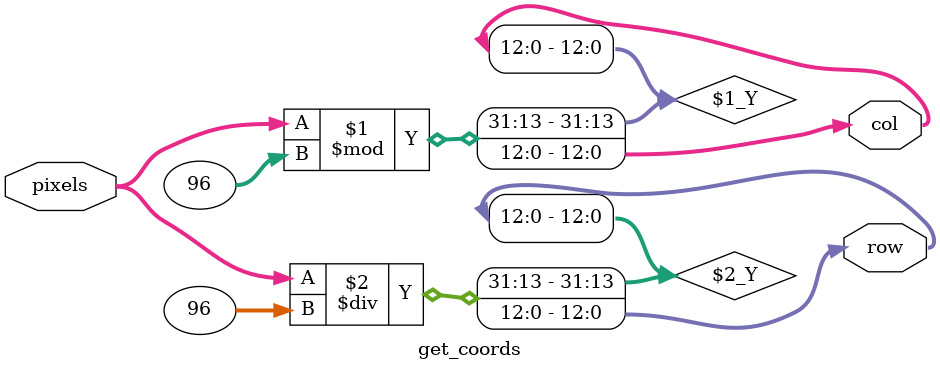
<source format=v>
`timescale 1ns / 1ps

//64 rows, 96 columns
//first row / col is numbered 0
//pixels: 0 to 6143
//ROWS WORK!

module get_coords(input [12:0] pixels, output [12:0] row, col);
//no. of full rows above 
assign col = pixels % 96;
assign row = pixels / 96;

endmodule

</source>
